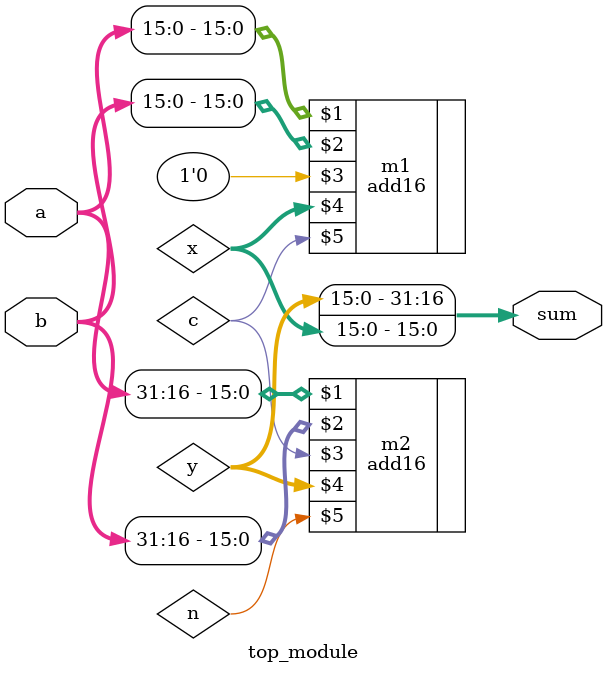
<source format=v>
module top_module(
    input [31:0] a,
    input [31:0] b,
    output [31:0] sum
);
    wire [15:0] x,y;
    wire c,n;
    add16 m1(a[15:0],b[15:0],1'b0,x,c);
    add16 m2(a[31:16],b[31:16],c,y,n);
    assign sum = {y,x};

endmodule

</source>
